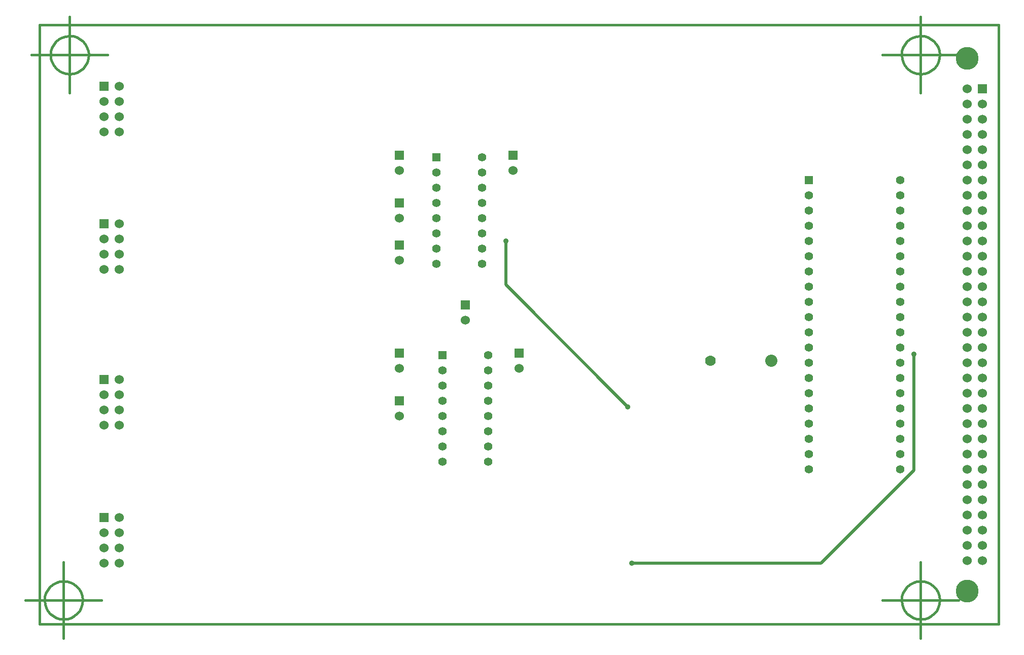
<source format=gtl>
G04 (created by PCBNEW-RS274X (2011-11-27 BZR 3249)-stable) date 19.12.2011 19:15:57*
G01*
G70*
G90*
%MOIN*%
G04 Gerber Fmt 3.4, Leading zero omitted, Abs format*
%FSLAX34Y34*%
G04 APERTURE LIST*
%ADD10C,0.006000*%
%ADD11C,0.015000*%
%ADD12R,0.060000X0.060000*%
%ADD13C,0.060000*%
%ADD14C,0.080000*%
%ADD15C,0.070000*%
%ADD16R,0.055000X0.055000*%
%ADD17C,0.055000*%
%ADD18C,0.150000*%
%ADD19C,0.035000*%
%ADD20C,0.019800*%
G04 APERTURE END LIST*
G54D10*
G54D11*
X18573Y-53543D02*
X18549Y-53785D01*
X18478Y-54019D01*
X18364Y-54234D01*
X18209Y-54423D01*
X18021Y-54579D01*
X17807Y-54695D01*
X17574Y-54767D01*
X17331Y-54792D01*
X17089Y-54770D01*
X16855Y-54701D01*
X16639Y-54588D01*
X16449Y-54436D01*
X16292Y-54249D01*
X16175Y-54035D01*
X16101Y-53802D01*
X16074Y-53560D01*
X16094Y-53318D01*
X16161Y-53083D01*
X16273Y-52866D01*
X16424Y-52675D01*
X16610Y-52517D01*
X16823Y-52398D01*
X17055Y-52323D01*
X17297Y-52294D01*
X17540Y-52312D01*
X17775Y-52378D01*
X17992Y-52488D01*
X18185Y-52638D01*
X18344Y-52823D01*
X18464Y-53035D01*
X18541Y-53267D01*
X18572Y-53509D01*
X18573Y-53543D01*
X14823Y-53543D02*
X19823Y-53543D01*
X17323Y-51043D02*
X17323Y-56043D01*
X74872Y-17717D02*
X74848Y-17959D01*
X74777Y-18193D01*
X74663Y-18408D01*
X74508Y-18597D01*
X74320Y-18753D01*
X74106Y-18869D01*
X73873Y-18941D01*
X73630Y-18966D01*
X73388Y-18944D01*
X73154Y-18875D01*
X72938Y-18762D01*
X72748Y-18610D01*
X72591Y-18423D01*
X72474Y-18209D01*
X72400Y-17976D01*
X72373Y-17734D01*
X72393Y-17492D01*
X72460Y-17257D01*
X72572Y-17040D01*
X72723Y-16849D01*
X72909Y-16691D01*
X73122Y-16572D01*
X73354Y-16497D01*
X73596Y-16468D01*
X73839Y-16486D01*
X74074Y-16552D01*
X74291Y-16662D01*
X74484Y-16812D01*
X74643Y-16997D01*
X74763Y-17209D01*
X74840Y-17441D01*
X74871Y-17683D01*
X74872Y-17717D01*
X71122Y-17717D02*
X76122Y-17717D01*
X73622Y-15217D02*
X73622Y-20217D01*
X74872Y-53543D02*
X74848Y-53785D01*
X74777Y-54019D01*
X74663Y-54234D01*
X74508Y-54423D01*
X74320Y-54579D01*
X74106Y-54695D01*
X73873Y-54767D01*
X73630Y-54792D01*
X73388Y-54770D01*
X73154Y-54701D01*
X72938Y-54588D01*
X72748Y-54436D01*
X72591Y-54249D01*
X72474Y-54035D01*
X72400Y-53802D01*
X72373Y-53560D01*
X72393Y-53318D01*
X72460Y-53083D01*
X72572Y-52866D01*
X72723Y-52675D01*
X72909Y-52517D01*
X73122Y-52398D01*
X73354Y-52323D01*
X73596Y-52294D01*
X73839Y-52312D01*
X74074Y-52378D01*
X74291Y-52488D01*
X74484Y-52638D01*
X74643Y-52823D01*
X74763Y-53035D01*
X74840Y-53267D01*
X74871Y-53509D01*
X74872Y-53543D01*
X71122Y-53543D02*
X76122Y-53543D01*
X73622Y-51043D02*
X73622Y-56043D01*
X18967Y-17717D02*
X18943Y-17959D01*
X18872Y-18193D01*
X18758Y-18408D01*
X18603Y-18597D01*
X18415Y-18753D01*
X18201Y-18869D01*
X17968Y-18941D01*
X17725Y-18966D01*
X17483Y-18944D01*
X17249Y-18875D01*
X17033Y-18762D01*
X16843Y-18610D01*
X16686Y-18423D01*
X16569Y-18209D01*
X16495Y-17976D01*
X16468Y-17734D01*
X16488Y-17492D01*
X16555Y-17257D01*
X16667Y-17040D01*
X16818Y-16849D01*
X17004Y-16691D01*
X17217Y-16572D01*
X17449Y-16497D01*
X17691Y-16468D01*
X17934Y-16486D01*
X18169Y-16552D01*
X18386Y-16662D01*
X18579Y-16812D01*
X18738Y-16997D01*
X18858Y-17209D01*
X18935Y-17441D01*
X18966Y-17683D01*
X18967Y-17717D01*
X15217Y-17717D02*
X20217Y-17717D01*
X17717Y-15217D02*
X17717Y-20217D01*
X78740Y-15748D02*
X15748Y-15748D01*
X78740Y-55118D02*
X78740Y-15748D01*
X15748Y-55118D02*
X78740Y-55118D01*
X15748Y-15748D02*
X15748Y-55118D01*
G54D12*
X19972Y-39051D03*
G54D13*
X20972Y-39051D03*
X19972Y-40051D03*
X20972Y-40051D03*
X19972Y-41051D03*
X20972Y-41051D03*
X19972Y-42051D03*
X20972Y-42051D03*
G54D12*
X19972Y-48106D03*
G54D13*
X20972Y-48106D03*
X19972Y-49106D03*
X20972Y-49106D03*
X19972Y-50106D03*
X20972Y-50106D03*
X19972Y-51106D03*
X20972Y-51106D03*
G54D12*
X19972Y-28815D03*
G54D13*
X20972Y-28815D03*
X19972Y-29815D03*
X20972Y-29815D03*
X19972Y-30815D03*
X20972Y-30815D03*
X19972Y-31815D03*
X20972Y-31815D03*
G54D12*
X19972Y-19760D03*
G54D13*
X20972Y-19760D03*
X19972Y-20760D03*
X20972Y-20760D03*
X19972Y-21760D03*
X20972Y-21760D03*
X19972Y-22760D03*
X20972Y-22760D03*
G54D14*
X63811Y-37795D03*
G54D15*
X59811Y-37795D03*
G54D16*
X66291Y-25933D03*
G54D17*
X66291Y-26933D03*
X66291Y-27933D03*
X66291Y-28933D03*
X66291Y-29933D03*
X66291Y-30933D03*
X66291Y-31933D03*
X66291Y-32933D03*
X66291Y-33933D03*
X66291Y-34933D03*
X66291Y-35933D03*
X66291Y-36933D03*
X66291Y-37933D03*
X66291Y-38933D03*
X66291Y-39933D03*
X66291Y-40933D03*
X66291Y-41933D03*
X66291Y-42933D03*
X66291Y-43933D03*
X66291Y-44933D03*
X72291Y-44933D03*
X72291Y-43933D03*
X72291Y-42933D03*
X72291Y-41933D03*
X72291Y-40933D03*
X72291Y-39933D03*
X72291Y-38933D03*
X72291Y-37933D03*
X72291Y-36933D03*
X72291Y-35933D03*
X72291Y-34933D03*
X72291Y-33933D03*
X72291Y-32933D03*
X72291Y-31933D03*
X72291Y-30933D03*
X72291Y-29933D03*
X72291Y-28933D03*
X72291Y-27933D03*
X72291Y-26933D03*
X72291Y-25933D03*
G54D16*
X42201Y-37445D03*
G54D17*
X42201Y-38445D03*
X42201Y-39445D03*
X42201Y-40445D03*
X42201Y-41445D03*
X42201Y-42445D03*
X42201Y-43445D03*
X42201Y-44445D03*
X45201Y-44445D03*
X45201Y-43445D03*
X45201Y-42445D03*
X45201Y-41445D03*
X45201Y-40445D03*
X45201Y-39445D03*
X45201Y-38445D03*
X45201Y-37445D03*
G54D16*
X41807Y-24453D03*
G54D17*
X41807Y-25453D03*
X41807Y-26453D03*
X41807Y-27453D03*
X41807Y-28453D03*
X41807Y-29453D03*
X41807Y-30453D03*
X41807Y-31453D03*
X44807Y-31453D03*
X44807Y-30453D03*
X44807Y-29453D03*
X44807Y-28453D03*
X44807Y-27453D03*
X44807Y-26453D03*
X44807Y-25453D03*
X44807Y-24453D03*
G54D18*
X76665Y-17933D03*
X76665Y-52933D03*
G54D13*
X77665Y-21933D03*
X77665Y-22933D03*
X77665Y-23933D03*
X77665Y-24933D03*
X77665Y-25933D03*
X77665Y-26933D03*
X77665Y-27933D03*
X77665Y-28933D03*
X77665Y-29933D03*
X77665Y-30933D03*
X77665Y-31933D03*
X77665Y-32933D03*
X77665Y-33933D03*
X77665Y-34933D03*
X77665Y-35933D03*
X77665Y-36933D03*
X77665Y-37933D03*
X77665Y-38933D03*
X77665Y-39933D03*
X77665Y-40933D03*
X77665Y-41933D03*
X77665Y-42933D03*
X77665Y-43933D03*
X77665Y-44933D03*
X77665Y-45933D03*
X77665Y-46933D03*
X77665Y-47933D03*
X77665Y-48933D03*
X77665Y-49933D03*
X77665Y-50933D03*
X77665Y-20933D03*
G54D12*
X77665Y-19933D03*
G54D13*
X76665Y-19933D03*
X76665Y-20933D03*
X76665Y-21933D03*
X76665Y-22933D03*
X76665Y-23933D03*
X76665Y-24933D03*
X76665Y-25933D03*
X76665Y-26933D03*
X76665Y-27933D03*
X76665Y-28933D03*
X76665Y-29933D03*
X76665Y-30933D03*
X76665Y-31933D03*
X76665Y-32933D03*
X76665Y-33933D03*
X76665Y-34933D03*
X76665Y-35933D03*
X76665Y-36933D03*
X76665Y-37933D03*
X76665Y-38933D03*
X76665Y-39933D03*
X76665Y-40933D03*
X76665Y-41933D03*
X76665Y-42933D03*
X76665Y-43933D03*
X76665Y-44933D03*
X76665Y-45933D03*
X76665Y-46933D03*
X76665Y-47933D03*
X76665Y-48933D03*
X76665Y-49933D03*
X76665Y-50933D03*
G54D12*
X43701Y-34146D03*
G54D13*
X43701Y-35146D03*
G54D12*
X39370Y-30209D03*
G54D13*
X39370Y-31209D03*
G54D12*
X46851Y-24303D03*
G54D13*
X46851Y-25303D03*
G54D12*
X47244Y-37295D03*
G54D13*
X47244Y-38295D03*
G54D12*
X39370Y-27453D03*
G54D13*
X39370Y-28453D03*
G54D12*
X39370Y-24303D03*
G54D13*
X39370Y-25303D03*
G54D12*
X39370Y-40445D03*
G54D13*
X39370Y-41445D03*
G54D12*
X39370Y-37295D03*
G54D13*
X39370Y-38295D03*
G54D19*
X54392Y-40836D03*
X46381Y-29950D03*
X73167Y-37385D03*
X54639Y-51107D03*
G54D20*
X46381Y-32825D02*
X46381Y-29950D01*
X54392Y-40836D02*
X46381Y-32825D01*
X54639Y-51107D02*
X67065Y-51107D01*
X67065Y-51107D02*
X73167Y-45005D01*
X73167Y-45005D02*
X73167Y-37385D01*
M02*

</source>
